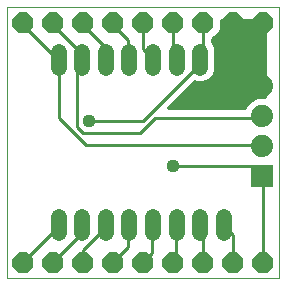
<source format=gtl>
G75*
%MOIN*%
%OFA0B0*%
%FSLAX25Y25*%
%IPPOS*%
%LPD*%
%AMOC8*
5,1,8,0,0,1.08239X$1,22.5*
%
%ADD10C,0.00000*%
%ADD11OC8,0.07000*%
%ADD12C,0.05356*%
%ADD13R,0.07400X0.07400*%
%ADD14C,0.07400*%
%ADD15C,0.01200*%
%ADD16C,0.01000*%
%ADD17C,0.04400*%
D10*
X0007600Y0009100D02*
X0098301Y0009100D01*
X0098301Y0099561D01*
X0007600Y0099561D01*
X0007600Y0009100D01*
D11*
X0013100Y0014100D03*
X0023100Y0014100D03*
X0033100Y0014100D03*
X0043100Y0014100D03*
X0053100Y0014100D03*
X0063100Y0014100D03*
X0073100Y0014100D03*
X0083100Y0014100D03*
X0093100Y0014100D03*
X0093100Y0094100D03*
X0083100Y0094100D03*
X0073100Y0094100D03*
X0063100Y0094100D03*
X0053100Y0094100D03*
X0043100Y0094100D03*
X0033100Y0094100D03*
X0023100Y0094100D03*
X0013100Y0094100D03*
D12*
X0024865Y0084643D02*
X0024865Y0079287D01*
X0032739Y0079287D02*
X0032739Y0084643D01*
X0040613Y0084643D02*
X0040613Y0079287D01*
X0048487Y0079287D02*
X0048487Y0084643D01*
X0056361Y0084643D02*
X0056361Y0079287D01*
X0064235Y0079287D02*
X0064235Y0084643D01*
X0072109Y0084643D02*
X0072109Y0079287D01*
X0079983Y0079287D02*
X0079983Y0084643D01*
X0079983Y0029525D02*
X0079983Y0024169D01*
X0072109Y0024169D02*
X0072109Y0029525D01*
X0064235Y0029525D02*
X0064235Y0024169D01*
X0056361Y0024169D02*
X0056361Y0029525D01*
X0048487Y0029525D02*
X0048487Y0024169D01*
X0040613Y0024169D02*
X0040613Y0029525D01*
X0032739Y0029525D02*
X0032739Y0024169D01*
X0024865Y0024169D02*
X0024865Y0029525D01*
D13*
X0092600Y0043100D03*
D14*
X0092600Y0053100D03*
X0092600Y0063100D03*
X0092600Y0073100D03*
D15*
X0093701Y0073451D02*
X0069335Y0073451D01*
X0070235Y0074351D02*
X0071060Y0074009D01*
X0073159Y0074009D01*
X0075099Y0074813D01*
X0076584Y0076298D01*
X0077387Y0078238D01*
X0077387Y0085693D01*
X0076584Y0087633D01*
X0076200Y0088017D01*
X0076200Y0088573D01*
X0079200Y0091573D01*
X0079200Y0094961D01*
X0093701Y0094961D01*
X0093701Y0069400D01*
X0091347Y0069400D01*
X0089031Y0068441D01*
X0087259Y0066669D01*
X0086858Y0065700D01*
X0061584Y0065700D01*
X0070235Y0074351D01*
X0068137Y0072253D02*
X0093701Y0072253D01*
X0093701Y0071054D02*
X0066938Y0071054D01*
X0065740Y0069856D02*
X0093701Y0069856D01*
X0089553Y0068657D02*
X0064541Y0068657D01*
X0063343Y0067459D02*
X0088049Y0067459D01*
X0087090Y0066260D02*
X0062144Y0066260D01*
X0074705Y0074650D02*
X0093701Y0074650D01*
X0093701Y0075848D02*
X0076134Y0075848D01*
X0076894Y0077047D02*
X0093701Y0077047D01*
X0093701Y0078245D02*
X0077387Y0078245D01*
X0077387Y0079444D02*
X0093701Y0079444D01*
X0093701Y0080642D02*
X0077387Y0080642D01*
X0077387Y0081841D02*
X0093701Y0081841D01*
X0093701Y0083039D02*
X0077387Y0083039D01*
X0077387Y0084238D02*
X0093701Y0084238D01*
X0093701Y0085436D02*
X0077387Y0085436D01*
X0076997Y0086635D02*
X0093701Y0086635D01*
X0093701Y0087833D02*
X0076384Y0087833D01*
X0076658Y0089032D02*
X0093701Y0089032D01*
X0093701Y0090230D02*
X0077857Y0090230D01*
X0079055Y0091429D02*
X0093701Y0091429D01*
X0093701Y0092627D02*
X0079200Y0092627D01*
X0079200Y0093826D02*
X0093701Y0093826D01*
D16*
X0093100Y0094100D02*
X0093100Y0094600D01*
X0083100Y0094600D01*
X0083100Y0094100D01*
X0083100Y0085600D01*
X0080100Y0082600D01*
X0079983Y0081965D01*
X0073100Y0081600D02*
X0072109Y0081965D01*
X0073100Y0082600D01*
X0073100Y0094100D01*
X0063100Y0094100D02*
X0063100Y0083600D01*
X0064100Y0082600D01*
X0064235Y0081965D01*
X0056361Y0081965D02*
X0056100Y0082600D01*
X0053100Y0085600D01*
X0053100Y0094100D01*
X0048100Y0088600D02*
X0043100Y0093600D01*
X0043100Y0094100D01*
X0048100Y0088600D02*
X0048100Y0082600D01*
X0048487Y0081965D01*
X0040613Y0081965D02*
X0040100Y0082600D01*
X0040100Y0086600D01*
X0033100Y0093600D01*
X0033100Y0094100D01*
X0032100Y0084600D02*
X0023100Y0093600D01*
X0023100Y0094100D01*
X0013100Y0094100D02*
X0013100Y0093600D01*
X0024100Y0082600D01*
X0024865Y0081965D01*
X0025100Y0081600D01*
X0025100Y0062600D01*
X0034100Y0053600D01*
X0092100Y0053600D01*
X0092600Y0053100D01*
X0089100Y0046600D02*
X0092600Y0043100D01*
X0093100Y0042600D01*
X0093100Y0014100D01*
X0083100Y0014100D02*
X0083100Y0023600D01*
X0080100Y0026600D01*
X0079983Y0026847D01*
X0073100Y0026600D02*
X0072109Y0026847D01*
X0073100Y0026600D02*
X0073100Y0014100D01*
X0064100Y0015600D02*
X0063100Y0014600D01*
X0063100Y0014100D01*
X0064100Y0015600D02*
X0064100Y0026600D01*
X0064235Y0026847D01*
X0056361Y0026847D02*
X0056100Y0026600D01*
X0056100Y0017600D01*
X0053100Y0014600D01*
X0053100Y0014100D01*
X0048100Y0019600D02*
X0043100Y0014600D01*
X0043100Y0014100D01*
X0048100Y0019600D02*
X0048100Y0026600D01*
X0048487Y0026847D01*
X0041100Y0026600D02*
X0040613Y0026847D01*
X0041100Y0026600D02*
X0033100Y0018600D01*
X0033100Y0014100D01*
X0032100Y0023600D02*
X0023100Y0014600D01*
X0023100Y0014100D01*
X0013100Y0014100D02*
X0013100Y0014600D01*
X0025100Y0026600D01*
X0024865Y0026847D01*
X0032100Y0026600D02*
X0032100Y0023600D01*
X0032100Y0026600D02*
X0032739Y0026847D01*
X0033100Y0057600D02*
X0031100Y0059600D01*
X0031100Y0080600D01*
X0032100Y0081600D01*
X0032739Y0081965D01*
X0032100Y0082600D01*
X0032100Y0084600D01*
X0035100Y0061600D02*
X0053100Y0061600D01*
X0073100Y0081600D01*
X0057100Y0062600D02*
X0052100Y0057600D01*
X0033100Y0057600D01*
X0057100Y0062600D02*
X0092100Y0062600D01*
X0092600Y0063100D01*
X0089100Y0046600D02*
X0063100Y0046600D01*
D17*
X0063100Y0046600D03*
X0035100Y0061600D03*
M02*

</source>
